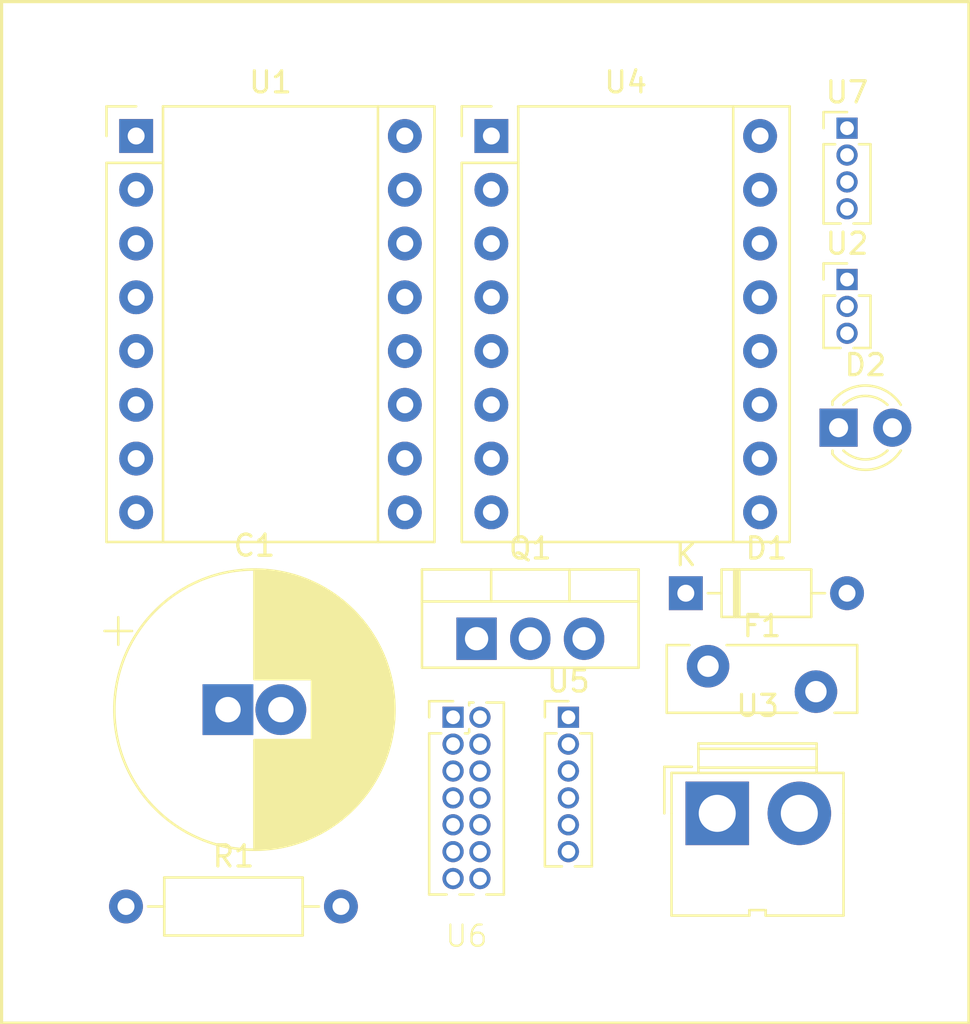
<source format=kicad_pcb>
(kicad_pcb (version 20221018) (generator pcbnew)
  (layers (0 "F.Cu" signal) (31 "B.Cu" signal) (34 "B.Paste" user) (35 "F.Paste" user) (36 "B.SilkS" user "B.Silkscreen") (37 "F.SilkS" user "F.Silkscreen") (38 "B.Mask" user) (39 "F.Mask" user) (44 "Edge.Cuts" user))
  (net 0 "")
  (net 1 "S")
  (net 2 "D")
  (net 3 "Net-(D2-A)")
  (net 4 "Net-(U3-VCC)")
  (net 5 "G")
  (net 6 "Net-(U1-MS1)")
  (net 7 "Net-(U1-MS2)")
  (net 8 "Net-(U1-MS3)")
  (net 9 "VMCU")
  (net 11 "Net-(U1-STEP)")
  (net 12 "Net-(U1-DIR)")
  (net 13 "GND_MCU")
  (net 14 "Net-(U1-A2)")
  (net 15 "Net-(U1-A1)")
  (net 16 "Net-(U1-B1)")
  (net 17 "Net-(U1-B2)")
  (net 18 "Net-(U2-SIGNAL)")
  (net 19 "Net-(U4-AO1)")
  (net 20 "Net-(U4-AO2)")
  (net 26 "Net-(U4-AIN1)")
  (net 27 "Net-(U4-AIN2)")
  (net 28 "Net-(U4-PWMA)")
  (net 29 "Net-(U5-RST)")
  (net 30 "Net-(U5-GPIO0)")
  (footprint "Module:Pololu_Breakout-16_15.2x20.3mm" (layer "F.Cu") (at 137.45 64.77)
    (fp_text reference "U4" (at 6.35 -2.54) (layer "F.SilkS"))
    (fp_text value "~")
    (fp_line (start -1.4 -1.4) (end -1.4 0) (stroke (width 0.12)) (layer "F.SilkS"))
    (fp_line (start -1.4 1.27) (end -1.4 19.18) (stroke (width 0.12)) (layer "F.SilkS"))
    (fp_line (start -1.4 19.18) (end 14.1 19.18) (stroke (width 0.12)) (layer "F.SilkS"))
    (fp_line (start 0 -1.4) (end -1.4 -1.4) (stroke (width 0.12)) (layer "F.SilkS"))
    (fp_line (start 1.27 -1.4) (end 1.27 1.27) (stroke (width 0.12)) (layer "F.SilkS"))
    (fp_line (start 1.27 1.27) (end -1.4 1.27) (stroke (width 0.12)) (layer "F.SilkS"))
    (fp_line (start 1.27 1.27) (end 1.27 19.18) (stroke (width 0.12)) (layer "F.SilkS"))
    (fp_line (start 11.43 -1.4) (end 11.43 19.18) (stroke (width 0.12)) (layer "F.SilkS"))
    (fp_line (start 14.1 -1.4) (end 1.27 -1.4) (stroke (width 0.12)) (layer "F.SilkS"))
    (fp_line (start 14.1 19.18) (end 14.1 -1.4) (stroke (width 0.12)) (layer "F.SilkS"))
    (pad "1" thru_hole rect (at 0 0) (size 1.6 1.6) (drill 0.8) (layers "*.Cu" "*.Mask") (net 2 "D"))
    (pad "2" thru_hole oval (at 0 2.54) (size 1.6 1.6) (drill 0.8) (layers "*.Cu" "*.Mask") (net 9 "VMCU"))
    (pad "3" thru_hole oval (at 0 5.08) (size 1.6 1.6) (drill 0.8) (layers "*.Cu" "*.Mask") (net 19 "Net-(U4-AO1)"))
    (pad "4" thru_hole oval (at 0 7.62) (size 1.6 1.6) (drill 0.8) (layers "*.Cu" "*.Mask") (net 20 "Net-(U4-AO2)"))
    (pad "5" thru_hole oval (at 0 10.16) (size 1.6 1.6) (drill 0.8) (layers "*.Cu" "*.Mask"))
    (pad "6" thru_hole oval (at 0 12.7) (size 1.6 1.6) (drill 0.8) (layers "*.Cu" "*.Mask"))
    (pad "7" thru_hole oval (at 0 15.24) (size 1.6 1.6) (drill 0.8) (layers "*.Cu" "*.Mask") (net 1 "S"))
    (pad "8" thru_hole oval (at 0 17.78) (size 1.6 1.6) (drill 0.8) (layers "*.Cu" "*.Mask") (net 2 "D"))
    (pad "9" thru_hole oval (at 12.7 17.78) (size 1.6 1.6) (drill 0.8) (layers "*.Cu" "*.Mask") (net 2 "D"))
    (pad "10" thru_hole oval (at 12.7 15.24) (size 1.6 1.6) (drill 0.8) (layers "*.Cu" "*.Mask"))
    (pad "11" thru_hole oval (at 12.7 12.7) (size 1.6 1.6) (drill 0.8) (layers "*.Cu" "*.Mask"))
    (pad "12" thru_hole oval (at 12.7 10.16) (size 1.6 1.6) (drill 0.8) (layers "*.Cu" "*.Mask"))
    (pad "13" thru_hole oval (at 12.7 7.62) (size 1.6 1.6) (drill 0.8) (layers "*.Cu" "*.Mask") (net 9 "VMCU"))
    (pad "14" thru_hole oval (at 12.7 5.08) (size 1.6 1.6) (drill 0.8) (layers "*.Cu" "*.Mask") (net 26 "Net-(U4-AIN1)"))
    (pad "15" thru_hole oval (at 12.7 2.54) (size 1.6 1.6) (drill 0.8) (layers "*.Cu" "*.Mask") (net 27 "Net-(U4-AIN2)"))
    (pad "16" thru_hole oval (at 12.7 0) (size 1.6 1.6) (drill 0.8) (layers "*.Cu" "*.Mask") (net 28 "Net-(U4-PWMA)"))
  )
  (footprint "LED_THT:LED_D3.0mm" (layer "F.Cu") (at 153.86 78.55)
    (fp_text reference "D2" (at 1.27 -2.96) (layer "F.SilkS"))
    (fp_text value "LED")
    (fp_line (start -0.29 -1.236) (end -0.29 -1.08) (stroke (width 0.12)) (layer "F.SilkS"))
    (fp_line (start -0.29 1.08) (end -0.29 1.236) (stroke (width 0.12)) (layer "F.SilkS"))
    (fp_arc (start -0.29 -1.235516) (mid 1.366487 -1.987659) (end 2.942335 -1.078608) (stroke (width 0.12)) (layer "F.SilkS"))
    (fp_arc (start 0.229039 -1.08) (mid 1.270117 -1.5) (end 2.31113 -1.079837) (stroke (width 0.12)) (layer "F.SilkS"))
    (fp_arc (start 2.31113 1.079837) (mid 1.270117 1.5) (end 0.229039 1.08) (stroke (width 0.12)) (layer "F.SilkS"))
    (fp_arc (start 2.942335 1.078608) (mid 1.366487 1.987659) (end -0.29 1.235516) (stroke (width 0.12)) (layer "F.SilkS"))
    (pad "1" thru_hole rect (at 0 0) (size 1.8 1.8) (drill 0.9) (layers "*.Cu" "*.Mask") (net 2 "D"))
    (pad "2" thru_hole circle (at 2.54 0) (size 1.8 1.8) (drill 0.9) (layers "*.Cu" "*.Mask") (net 3 "Net-(D2-A)"))
  )
  (footprint "Connector_PinHeader_1.27mm:PinHeader_1x03_P1.27mm_Vertical" (layer "F.Cu") (at 154.26 71.55)
    (fp_text reference "U2" (at 0 -1.695) (layer "F.SilkS"))
    (fp_text value "~")
    (fp_line (start -1.11 -0.76) (end 0 -0.76) (stroke (width 0.12)) (layer "F.SilkS"))
    (fp_line (start -1.11 0) (end -1.11 -0.76) (stroke (width 0.12)) (layer "F.SilkS"))
    (fp_line (start -1.11 0.76) (end -1.11 3.235) (stroke (width 0.12)) (layer "F.SilkS"))
    (fp_line (start -1.11 0.76) (end -0.563471 0.76) (stroke (width 0.12)) (layer "F.SilkS"))
    (fp_line (start -1.11 3.235) (end -0.30753 3.235) (stroke (width 0.12)) (layer "F.SilkS"))
    (fp_line (start 0.30753 3.235) (end 1.11 3.235) (stroke (width 0.12)) (layer "F.SilkS"))
    (fp_line (start 0.563471 0.76) (end 1.11 0.76) (stroke (width 0.12)) (layer "F.SilkS"))
    (fp_line (start 1.11 0.76) (end 1.11 3.235) (stroke (width 0.12)) (layer "F.SilkS"))
    (pad "1" thru_hole rect (at 0 0) (size 1 1) (drill 0.65) (layers "*.Cu" "*.Mask") (net 9 "VMCU"))
    (pad "2" thru_hole oval (at 0 1.27) (size 1 1) (drill 0.65) (layers "*.Cu" "*.Mask") (net 13 "GND_MCU"))
    (pad "3" thru_hole oval (at 0 2.54) (size 1 1) (drill 0.65) (layers "*.Cu" "*.Mask") (net 18 "Net-(U2-SIGNAL)"))
  )
  (footprint "Diode_THT:D_DO-35_SOD27_P7.62mm_Horizontal" (layer "F.Cu") (at 146.64 86.37)
    (fp_text reference "D1" (at 3.81 -2.12) (layer "F.SilkS"))
    (fp_text value "D")
    (fp_text user "K" (at 0 -1.8) (layer "F.SilkS"))
    (fp_line (start 1.04 0) (end 1.69 0) (stroke (width 0.12)) (layer "F.SilkS"))
    (fp_line (start 1.69 -1.12) (end 1.69 1.12) (stroke (width 0.12)) (layer "F.SilkS"))
    (fp_line (start 1.69 1.12) (end 5.93 1.12) (stroke (width 0.12)) (layer "F.SilkS"))
    (fp_line (start 2.29 -1.12) (end 2.29 1.12) (stroke (width 0.12)) (layer "F.SilkS"))
    (fp_line (start 2.41 -1.12) (end 2.41 1.12) (stroke (width 0.12)) (layer "F.SilkS"))
    (fp_line (start 2.53 -1.12) (end 2.53 1.12) (stroke (width 0.12)) (layer "F.SilkS"))
    (fp_line (start 5.93 -1.12) (end 1.69 -1.12) (stroke (width 0.12)) (layer "F.SilkS"))
    (fp_line (start 5.93 1.12) (end 5.93 -1.12) (stroke (width 0.12)) (layer "F.SilkS"))
    (fp_line (start 6.58 0) (end 5.93 0) (stroke (width 0.12)) (layer "F.SilkS"))
    (pad "1" thru_hole rect (at 0 0) (size 1.6 1.6) (drill 0.8) (layers "*.Cu" "*.Mask") (net 1 "S"))
    (pad "2" thru_hole oval (at 7.62 0) (size 1.6 1.6) (drill 0.8) (layers "*.Cu" "*.Mask") (net 2 "D"))
  )
  (footprint "Connector_PinHeader_1.27mm:PinHeader_1x04_P1.27mm_Vertical" (layer "F.Cu") (at 154.26 64.4)
    (fp_text reference "U7" (at 0 -1.695) (layer "F.SilkS"))
    (fp_text value "~")
    (fp_line (start -1.11 -0.76) (end 0 -0.76) (stroke (width 0.12)) (layer "F.SilkS"))
    (fp_line (start -1.11 0) (end -1.11 -0.76) (stroke (width 0.12)) (layer "F.SilkS"))
    (fp_line (start -1.11 0.76) (end -1.11 4.505) (stroke (width 0.12)) (layer "F.SilkS"))
    (fp_line (start -1.11 0.76) (end -0.563471 0.76) (stroke (width 0.12)) (layer "F.SilkS"))
    (fp_line (start -1.11 4.505) (end -0.30753 4.505) (stroke (width 0.12)) (layer "F.SilkS"))
    (fp_line (start 0.30753 4.505) (end 1.11 4.505) (stroke (width 0.12)) (layer "F.SilkS"))
    (fp_line (start 0.563471 0.76) (end 1.11 0.76) (stroke (width 0.12)) (layer "F.SilkS"))
    (fp_line (start 1.11 0.76) (end 1.11 4.505) (stroke (width 0.12)) (layer "F.SilkS"))
    (pad "1" thru_hole rect (at 0 0) (size 1 1) (drill 0.65) (layers "*.Cu" "*.Mask") (net 17 "Net-(U1-B2)"))
    (pad "2" thru_hole oval (at 0 1.27) (size 1 1) (drill 0.65) (layers "*.Cu" "*.Mask") (net 16 "Net-(U1-B1)"))
    (pad "3" thru_hole oval (at 0 2.54) (size 1 1) (drill 0.65) (layers "*.Cu" "*.Mask") (net 15 "Net-(U1-A1)"))
    (pad "4" thru_hole oval (at 0 3.81) (size 1 1) (drill 0.65) (layers "*.Cu" "*.Mask") (net 14 "Net-(U1-A2)"))
  )
  (footprint "Connector_PinHeader_1.27mm:PinHeader_1x06_P1.27mm_Vertical" (layer "F.Cu") (at 141.09 92.23)
    (fp_text reference "U5" (at 0 -1.695) (layer "F.SilkS"))
    (fp_text value "~")
    (fp_line (start -1.11 -0.76) (end 0 -0.76) (stroke (width 0.12)) (layer "F.SilkS"))
    (fp_line (start -1.11 0) (end -1.11 -0.76) (stroke (width 0.12)) (layer "F.SilkS"))
    (fp_line (start -1.11 0.76) (end -1.11 7.045) (stroke (width 0.12)) (layer "F.SilkS"))
    (fp_line (start -1.11 0.76) (end -0.563471 0.76) (stroke (width 0.12)) (layer "F.SilkS"))
    (fp_line (start -1.11 7.045) (end -0.30753 7.045) (stroke (width 0.12)) (layer "F.SilkS"))
    (fp_line (start 0.30753 7.045) (end 1.11 7.045) (stroke (width 0.12)) (layer "F.SilkS"))
    (fp_line (start 0.563471 0.76) (end 1.11 0.76) (stroke (width 0.12)) (layer "F.SilkS"))
    (fp_line (start 1.11 0.76) (end 1.11 7.045) (stroke (width 0.12)) (layer "F.SilkS"))
    (pad "1" thru_hole rect (at 0 0) (size 1 1) (drill 0.65) (layers "*.Cu" "*.Mask") (net 20 "Net-(U4-AO2)"))
    (pad "2" thru_hole oval (at 0 1.27) (size 1 1) (drill 0.65) (layers "*.Cu" "*.Mask") (net 2 "D"))
    (pad "3" thru_hole oval (at 0 2.54) (size 1 1) (drill 0.65) (layers "*.Cu" "*.Mask") (net 29 "Net-(U5-RST)"))
    (pad "4" thru_hole oval (at 0 3.81) (size 1 1) (drill 0.65) (layers "*.Cu" "*.Mask") (net 30 "Net-(U5-GPIO0)"))
    (pad "5" thru_hole oval (at 0 5.08) (size 1 1) (drill 0.65) (layers "*.Cu" "*.Mask") (net 9 "VMCU"))
    (pad "6" thru_hole oval (at 0 6.35) (size 1 1) (drill 0.65) (layers "*.Cu" "*.Mask") (net 19 "Net-(U4-AO1)"))
  )
  (footprint "Resistor_THT:R_Axial_DIN0207_L6.3mm_D2.5mm_P10.16mm_Horizontal" (layer "F.Cu") (at 120.18 101.17)
    (fp_text reference "R1" (at 5.08 -2.37) (layer "F.SilkS"))
    (fp_text value "R")
    (fp_line (start 1.04 0) (end 1.81 0) (stroke (width 0.12)) (layer "F.SilkS"))
    (fp_line (start 1.81 -1.37) (end 1.81 1.37) (stroke (width 0.12)) (layer "F.SilkS"))
    (fp_line (start 1.81 1.37) (end 8.35 1.37) (stroke (width 0.12)) (layer "F.SilkS"))
    (fp_line (start 8.35 -1.37) (end 1.81 -1.37) (stroke (width 0.12)) (layer "F.SilkS"))
    (fp_line (start 8.35 1.37) (end 8.35 -1.37) (stroke (width 0.12)) (layer "F.SilkS"))
    (fp_line (start 9.12 0) (end 8.35 0) (stroke (width 0.12)) (layer "F.SilkS"))
    (pad "1" thru_hole circle (at 0 0) (size 1.6 1.6) (drill 0.8) (layers "*.Cu" "*.Mask") (net 1 "S"))
    (pad "2" thru_hole oval (at 10.16 0) (size 1.6 1.6) (drill 0.8) (layers "*.Cu" "*.Mask") (net 3 "Net-(D2-A)"))
  )
  (footprint "Module:Pololu_Breakout-16_15.2x20.3mm" (layer "F.Cu") (at 120.66 64.77)
    (fp_text reference "U1" (at 6.35 -2.54) (layer "F.SilkS"))
    (fp_text value "~")
    (fp_line (start -1.4 -1.4) (end -1.4 0) (stroke (width 0.12)) (layer "F.SilkS"))
    (fp_line (start -1.4 1.27) (end -1.4 19.18) (stroke (width 0.12)) (layer "F.SilkS"))
    (fp_line (start -1.4 19.18) (end 14.1 19.18) (stroke (width 0.12)) (layer "F.SilkS"))
    (fp_line (start 0 -1.4) (end -1.4 -1.4) (stroke (width 0.12)) (layer "F.SilkS"))
    (fp_line (start 1.27 -1.4) (end 1.27 1.27) (stroke (width 0.12)) (layer "F.SilkS"))
    (fp_line (start 1.27 1.27) (end -1.4 1.27) (stroke (width 0.12)) (layer "F.SilkS"))
    (fp_line (start 1.27 1.27) (end 1.27 19.18) (stroke (width 0.12)) (layer "F.SilkS"))
    (fp_line (start 11.43 -1.4) (end 11.43 19.18) (stroke (width 0.12)) (layer "F.SilkS"))
    (fp_line (start 14.1 -1.4) (end 1.27 -1.4) (stroke (width 0.12)) (layer "F.SilkS"))
    (fp_line (start 14.1 19.18) (end 14.1 -1.4) (stroke (width 0.12)) (layer "F.SilkS"))
    (pad "1" thru_hole rect (at 0 0) (size 1.6 1.6) (drill 0.8) (layers "*.Cu" "*.Mask") (net 2 "D"))
    (pad "2" thru_hole oval (at 0 2.54) (size 1.6 1.6) (drill 0.8) (layers "*.Cu" "*.Mask") (net 6 "Net-(U1-MS1)"))
    (pad "3" thru_hole oval (at 0 5.08) (size 1.6 1.6) (drill 0.8) (layers "*.Cu" "*.Mask") (net 7 "Net-(U1-MS2)"))
    (pad "4" thru_hole oval (at 0 7.62) (size 1.6 1.6) (drill 0.8) (layers "*.Cu" "*.Mask") (net 8 "Net-(U1-MS3)"))
    (pad "5" thru_hole oval (at 0 10.16) (size 1.6 1.6) (drill 0.8) (layers "*.Cu" "*.Mask") (net 9 "VMCU"))
    (pad "6" thru_hole oval (at 0 12.7) (size 1.6 1.6) (drill 0.8) (layers "*.Cu" "*.Mask") (net 9 "VMCU"))
    (pad "7" thru_hole oval (at 0 15.24) (size 1.6 1.6) (drill 0.8) (layers "*.Cu" "*.Mask") (net 11 "Net-(U1-STEP)"))
    (pad "8" thru_hole oval (at 0 17.78) (size 1.6 1.6) (drill 0.8) (layers "*.Cu" "*.Mask") (net 12 "Net-(U1-DIR)"))
    (pad "9" thru_hole oval (at 12.7 17.78) (size 1.6 1.6) (drill 0.8) (layers "*.Cu" "*.Mask") (net 13 "GND_MCU"))
    (pad "10" thru_hole oval (at 12.7 15.24) (size 1.6 1.6) (drill 0.8) (layers "*.Cu" "*.Mask"))
    (pad "11" thru_hole oval (at 12.7 12.7) (size 1.6 1.6) (drill 0.8) (layers "*.Cu" "*.Mask") (net 14 "Net-(U1-A2)"))
    (pad "12" thru_hole oval (at 12.7 10.16) (size 1.6 1.6) (drill 0.8) (layers "*.Cu" "*.Mask") (net 15 "Net-(U1-A1)"))
    (pad "13" thru_hole oval (at 12.7 7.62) (size 1.6 1.6) (drill 0.8) (layers "*.Cu" "*.Mask") (net 16 "Net-(U1-B1)"))
    (pad "14" thru_hole oval (at 12.7 5.08) (size 1.6 1.6) (drill 0.8) (layers "*.Cu" "*.Mask") (net 17 "Net-(U1-B2)"))
    (pad "15" thru_hole oval (at 12.7 2.54) (size 1.6 1.6) (drill 0.8) (layers "*.Cu" "*.Mask") (net 1 "S"))
    (pad "16" thru_hole oval (at 12.7 0) (size 1.6 1.6) (drill 0.8) (layers "*.Cu" "*.Mask") (net 1 "S"))
  )
  (footprint "Package_TO_SOT_THT:TO-220-3_Vertical" (layer "F.Cu") (at 136.75 88.52)
    (fp_text reference "Q1" (at 2.54 -4.27) (layer "F.SilkS"))
    (fp_text value "IRF520N")
    (fp_line (start -2.58 -3.27) (end -2.58 1.371) (stroke (width 0.12)) (layer "F.SilkS"))
    (fp_line (start -2.58 -3.27) (end 7.66 -3.27) (stroke (width 0.12)) (layer "F.SilkS"))
    (fp_line (start -2.58 -1.76) (end 7.66 -1.76) (stroke (width 0.12)) (layer "F.SilkS"))
    (fp_line (start -2.58 1.371) (end 7.66 1.371) (stroke (width 0.12)) (layer "F.SilkS"))
    (fp_line (start 0.69 -3.27) (end 0.69 -1.76) (stroke (width 0.12)) (layer "F.SilkS"))
    (fp_line (start 4.391 -3.27) (end 4.391 -1.76) (stroke (width 0.12)) (layer "F.SilkS"))
    (fp_line (start 7.66 -3.27) (end 7.66 1.371) (stroke (width 0.12)) (layer "F.SilkS"))
    (pad "1" thru_hole rect (at 0 0) (size 1.905 2) (drill 1.1) (layers "*.Cu" "*.Mask") (net 5 "G"))
    (pad "2" thru_hole oval (at 2.54 0) (size 1.905 2) (drill 1.1) (layers "*.Cu" "*.Mask") (net 2 "D"))
    (pad "3" thru_hole oval (at 5.08 0) (size 1.905 2) (drill 1.1) (layers "*.Cu" "*.Mask") (net 1 "S"))
  )
  (footprint "Capacitor_THT:CP_Radial_D13.0mm_P2.50mm" (layer "F.Cu") (at 124.999569 91.87)
    (fp_text reference "C1" (at 1.25 -7.75) (layer "F.SilkS"))
    (fp_text value "C")
    (fp_line (start -5.834569 -3.715) (end -4.534569 -3.715) (stroke (width 0.12)) (layer "F.SilkS"))
    (fp_line (start -5.184569 -4.365) (end -5.184569 -3.065) (stroke (width 0.12)) (layer "F.SilkS"))
    (fp_line (start 1.25 -6.58) (end 1.25 -1.44) (stroke (width 0.12)) (layer "F.SilkS"))
    (fp_line (start 1.25 1.44) (end 1.25 6.58) (stroke (width 0.12)) (layer "F.SilkS"))
    (fp_line (start 1.29 -6.58) (end 1.29 -1.44) (stroke (width 0.12)) (layer "F.SilkS"))
    (fp_line (start 1.29 1.44) (end 1.29 6.58) (stroke (width 0.12)) (layer "F.SilkS"))
    (fp_line (start 1.33 -6.58) (end 1.33 -1.44) (stroke (width 0.12)) (layer "F.SilkS"))
    (fp_line (start 1.33 1.44) (end 1.33 6.58) (stroke (width 0.12)) (layer "F.SilkS"))
    (fp_line (start 1.37 -6.579) (end 1.37 -1.44) (stroke (width 0.12)) (layer "F.SilkS"))
    (fp_line (start 1.37 1.44) (end 1.37 6.579) (stroke (width 0.12)) (layer "F.SilkS"))
    (fp_line (start 1.41 -6.579) (end 1.41 -1.44) (stroke (width 0.12)) (layer "F.SilkS"))
    (fp_line (start 1.41 1.44) (end 1.41 6.579) (stroke (width 0.12)) (layer "F.SilkS"))
    (fp_line (start 1.45 -6.577) (end 1.45 -1.44) (stroke (width 0.12)) (layer "F.SilkS"))
    (fp_line (start 1.45 1.44) (end 1.45 6.577) (stroke (width 0.12)) (layer "F.SilkS"))
    (fp_line (start 1.49 -6.576) (end 1.49 -1.44) (stroke (width 0.12)) (layer "F.SilkS"))
    (fp_line (start 1.49 1.44) (end 1.49 6.576) (stroke (width 0.12)) (layer "F.SilkS"))
    (fp_line (start 1.53 -6.575) (end 1.53 -1.44) (stroke (width 0.12)) (layer "F.SilkS"))
    (fp_line (start 1.53 1.44) (end 1.53 6.575) (stroke (width 0.12)) (layer "F.SilkS"))
    (fp_line (start 1.57 -6.573) (end 1.57 -1.44) (stroke (width 0.12)) (layer "F.SilkS"))
    (fp_line (start 1.57 1.44) (end 1.57 6.573) (stroke (width 0.12)) (layer "F.SilkS"))
    (fp_line (start 1.61 -6.571) (end 1.61 -1.44) (stroke (width 0.12)) (layer "F.SilkS"))
    (fp_line (start 1.61 1.44) (end 1.61 6.571) (stroke (width 0.12)) (layer "F.SilkS"))
    (fp_line (start 1.65 -6.568) (end 1.65 -1.44) (stroke (width 0.12)) (layer "F.SilkS"))
    (fp_line (start 1.65 1.44) (end 1.65 6.568) (stroke (width 0.12)) (layer "F.SilkS"))
    (fp_line (start 1.69 -6.566) (end 1.69 -1.44) (stroke (width 0.12)) (layer "F.SilkS"))
    (fp_line (start 1.69 1.44) (end 1.69 6.566) (stroke (width 0.12)) (layer "F.SilkS"))
    (fp_line (start 1.73 -6.563) (end 1.73 -1.44) (stroke (width 0.12)) (layer "F.SilkS"))
    (fp_line (start 1.73 1.44) (end 1.73 6.563) (stroke (width 0.12)) (layer "F.SilkS"))
    (fp_line (start 1.77 -6.56) (end 1.77 -1.44) (stroke (width 0.12)) (layer "F.SilkS"))
    (fp_line (start 1.77 1.44) (end 1.77 6.56) (stroke (width 0.12)) (layer "F.SilkS"))
    (fp_line (start 1.81 -6.557) (end 1.81 -1.44) (stroke (width 0.12)) (layer "F.SilkS"))
    (fp_line (start 1.81 1.44) (end 1.81 6.557) (stroke (width 0.12)) (layer "F.SilkS"))
    (fp_line (start 1.85 -6.553) (end 1.85 -1.44) (stroke (width 0.12)) (layer "F.SilkS"))
    (fp_line (start 1.85 1.44) (end 1.85 6.553) (stroke (width 0.12)) (layer "F.SilkS"))
    (fp_line (start 1.89 -6.549) (end 1.89 -1.44) (stroke (width 0.12)) (layer "F.SilkS"))
    (fp_line (start 1.89 1.44) (end 1.89 6.549) (stroke (width 0.12)) (layer "F.SilkS"))
    (fp_line (start 1.93 -6.545) (end 1.93 -1.44) (stroke (width 0.12)) (layer "F.SilkS"))
    (fp_line (start 1.93 1.44) (end 1.93 6.545) (stroke (width 0.12)) (layer "F.SilkS"))
    (fp_line (start 1.971 -6.541) (end 1.971 -1.44) (stroke (width 0.12)) (layer "F.SilkS"))
    (fp_line (start 1.971 1.44) (end 1.971 6.541) (stroke (width 0.12)) (layer "F.SilkS"))
    (fp_line (start 2.011 -6.537) (end 2.011 -1.44) (stroke (width 0.12)) (layer "F.SilkS"))
    (fp_line (start 2.011 1.44) (end 2.011 6.537) (stroke (width 0.12)) (layer "F.SilkS"))
    (fp_line (start 2.051 -6.532) (end 2.051 -1.44) (stroke (width 0.12)) (layer "F.SilkS"))
    (fp_line (start 2.051 1.44) (end 2.051 6.532) (stroke (width 0.12)) (layer "F.SilkS"))
    (fp_line (start 2.091 -6.527) (end 2.091 -1.44) (stroke (width 0.12)) (layer "F.SilkS"))
    (fp_line (start 2.091 1.44) (end 2.091 6.527) (stroke (width 0.12)) (layer "F.SilkS"))
    (fp_line (start 2.131 -6.522) (end 2.131 -1.44) (stroke (width 0.12)) (layer "F.SilkS"))
    (fp_line (start 2.131 1.44) (end 2.131 6.522) (stroke (width 0.12)) (layer "F.SilkS"))
    (fp_line (start 2.171 -6.516) (end 2.171 -1.44) (stroke (width 0.12)) (layer "F.SilkS"))
    (fp_line (start 2.171 1.44) (end 2.171 6.516) (stroke (width 0.12)) (layer "F.SilkS"))
    (fp_line (start 2.211 -6.511) (end 2.211 -1.44) (stroke (width 0.12)) (layer "F.SilkS"))
    (fp_line (start 2.211 1.44) (end 2.211 6.511) (stroke (width 0.12)) (layer "F.SilkS"))
    (fp_line (start 2.251 -6.505) (end 2.251 -1.44) (stroke (width 0.12)) (layer "F.SilkS"))
    (fp_line (start 2.251 1.44) (end 2.251 6.505) (stroke (width 0.12)) (layer "F.SilkS"))
    (fp_line (start 2.291 -6.498) (end 2.291 -1.44) (stroke (width 0.12)) (layer "F.SilkS"))
    (fp_line (start 2.291 1.44) (end 2.291 6.498) (stroke (width 0.12)) (layer "F.SilkS"))
    (fp_line (start 2.331 -6.492) (end 2.331 -1.44) (stroke (width 0.12)) (layer "F.SilkS"))
    (fp_line (start 2.331 1.44) (end 2.331 6.492) (stroke (width 0.12)) (layer "F.SilkS"))
    (fp_line (start 2.371 -6.485) (end 2.371 -1.44) (stroke (width 0.12)) (layer "F.SilkS"))
    (fp_line (start 2.371 1.44) (end 2.371 6.485) (stroke (width 0.12)) (layer "F.SilkS"))
    (fp_line (start 2.411 -6.478) (end 2.411 -1.44) (stroke (width 0.12)) (layer "F.SilkS"))
    (fp_line (start 2.411 1.44) (end 2.411 6.478) (stroke (width 0.12)) (layer "F.SilkS"))
    (fp_line (start 2.451 -6.471) (end 2.451 -1.44) (stroke (width 0.12)) (layer "F.SilkS"))
    (fp_line (start 2.451 1.44) (end 2.451 6.471) (stroke (width 0.12)) (layer "F.SilkS"))
    (fp_line (start 2.491 -6.463) (end 2.491 -1.44) (stroke (width 0.12)) (layer "F.SilkS"))
    (fp_line (start 2.491 1.44) (end 2.491 6.463) (stroke (width 0.12)) (layer "F.SilkS"))
    (fp_line (start 2.531 -6.456) (end 2.531 -1.44) (stroke (width 0.12)) (layer "F.SilkS"))
    (fp_line (start 2.531 1.44) (end 2.531 6.456) (stroke (width 0.12)) (layer "F.SilkS"))
    (fp_line (start 2.571 -6.448) (end 2.571 -1.44) (stroke (width 0.12)) (layer "F.SilkS"))
    (fp_line (start 2.571 1.44) (end 2.571 6.448) (stroke (width 0.12)) (layer "F.SilkS"))
    (fp_line (start 2.611 -6.439) (end 2.611 -1.44) (stroke (width 0.12)) (layer "F.SilkS"))
    (fp_line (start 2.611 1.44) (end 2.611 6.439) (stroke (width 0.12)) (layer "F.SilkS"))
    (fp_line (start 2.651 -6.431) (end 2.651 -1.44) (stroke (width 0.12)) (layer "F.SilkS"))
    (fp_line (start 2.651 1.44) (end 2.651 6.431) (stroke (width 0.12)) (layer "F.SilkS"))
    (fp_line (start 2.691 -6.422) (end 2.691 -1.44) (stroke (width 0.12)) (layer "F.SilkS"))
    (fp_line (start 2.691 1.44) (end 2.691 6.422) (stroke (width 0.12)) (layer "F.SilkS"))
    (fp_line (start 2.731 -6.413) (end 2.731 -1.44) (stroke (width 0.12)) (layer "F.SilkS"))
    (fp_line (start 2.731 1.44) (end 2.731 6.413) (stroke (width 0.12)) (layer "F.SilkS"))
    (fp_line (start 2.771 -6.404) (end 2.771 -1.44) (stroke (width 0.12)) (layer "F.SilkS"))
    (fp_line (start 2.771 1.44) (end 2.771 6.404) (stroke (width 0.12)) (layer "F.SilkS"))
    (fp_line (start 2.811 -6.394) (end 2.811 -1.44) (stroke (width 0.12)) (layer "F.SilkS"))
    (fp_line (start 2.811 1.44) (end 2.811 6.394) (stroke (width 0.12)) (layer "F.SilkS"))
    (fp_line (start 2.851 -6.384) (end 2.851 -1.44) (stroke (width 0.12)) (layer "F.SilkS"))
    (fp_line (start 2.851 1.44) (end 2.851 6.384) (stroke (width 0.12)) (layer "F.SilkS"))
    (fp_line (start 2.891 -6.374) (end 2.891 -1.44) (stroke (width 0.12)) (layer "F.SilkS"))
    (fp_line (start 2.891 1.44) (end 2.891 6.374) (stroke (width 0.12)) (layer "F.SilkS"))
    (fp_line (start 2.931 -6.364) (end 2.931 -1.44) (stroke (width 0.12)) (layer "F.SilkS"))
    (fp_line (start 2.931 1.44) (end 2.931 6.364) (stroke (width 0.12)) (layer "F.SilkS"))
    (fp_line (start 2.971 -6.353) (end 2.971 -1.44) (stroke (width 0.12)) (layer "F.SilkS"))
    (fp_line (start 2.971 1.44) (end 2.971 6.353) (stroke (width 0.12)) (layer "F.SilkS"))
    (fp_line (start 3.011 -6.342) (end 3.011 -1.44) (stroke (width 0.12)) (layer "F.SilkS"))
    (fp_line (start 3.011 1.44) (end 3.011 6.342) (stroke (width 0.12)) (layer "F.SilkS"))
    (fp_line (start 3.051 -6.331) (end 3.051 -1.44) (stroke (width 0.12)) (layer "F.SilkS"))
    (fp_line (start 3.051 1.44) (end 3.051 6.331) (stroke (width 0.12)) (layer "F.SilkS"))
    (fp_line (start 3.091 -6.32) (end 3.091 -1.44) (stroke (width 0.12)) (layer "F.SilkS"))
    (fp_line (start 3.091 1.44) (end 3.091 6.32) (stroke (width 0.12)) (layer "F.SilkS"))
    (fp_line (start 3.131 -6.308) (end 3.131 -1.44) (stroke (width 0.12)) (layer "F.SilkS"))
    (fp_line (start 3.131 1.44) (end 3.131 6.308) (stroke (width 0.12)) (layer "F.SilkS"))
    (fp_line (start 3.171 -6.296) (end 3.171 -1.44) (stroke (width 0.12)) (layer "F.SilkS"))
    (fp_line (start 3.171 1.44) (end 3.171 6.296) (stroke (width 0.12)) (layer "F.SilkS"))
    (fp_line (start 3.211 -6.284) (end 3.211 -1.44) (stroke (width 0.12)) (layer "F.SilkS"))
    (fp_line (start 3.211 1.44) (end 3.211 6.284) (stroke (width 0.12)) (layer "F.SilkS"))
    (fp_line (start 3.251 -6.271) (end 3.251 -1.44) (stroke (width 0.12)) (layer "F.SilkS"))
    (fp_line (start 3.251 1.44) (end 3.251 6.271) (stroke (width 0.12)) (layer "F.SilkS"))
    (fp_line (start 3.291 -6.258) (end 3.291 -1.44) (stroke (width 0.12)) (layer "F.SilkS"))
    (fp_line (start 3.291 1.44) (end 3.291 6.258) (stroke (width 0.12)) (layer "F.SilkS"))
    (fp_line (start 3.331 -6.245) (end 3.331 -1.44) (stroke (width 0.12)) (layer "F.SilkS"))
    (fp_line (start 3.331 1.44) (end 3.331 6.245) (stroke (width 0.12)) (layer "F.SilkS"))
    (fp_line (start 3.371 -6.232) (end 3.371 -1.44) (stroke (width 0.12)) (layer "F.SilkS"))
    (fp_line (start 3.371 1.44) (end 3.371 6.232) (stroke (width 0.12)) (layer "F.SilkS"))
    (fp_line (start 3.411 -6.218) (end 3.411 -1.44) (stroke (width 0.12)) (layer "F.SilkS"))
    (fp_line (start 3.411 1.44) (end 3.411 6.218) (stroke (width 0.12)) (layer "F.SilkS"))
    (fp_line (start 3.451 -6.204) (end 3.451 -1.44) (stroke (width 0.12)) (layer "F.SilkS"))
    (fp_line (start 3.451 1.44) (end 3.451 6.204) (stroke (width 0.12)) (layer "F.SilkS"))
    (fp_line (start 3.491 -6.19) (end 3.491 -1.44) (stroke (width 0.12)) (layer "F.SilkS"))
    (fp_line (start 3.491 1.44) (end 3.491 6.19) (stroke (width 0.12)) (layer "F.SilkS"))
    (fp_line (start 3.531 -6.175) (end 3.531 -1.44) (stroke (width 0.12)) (layer "F.SilkS"))
    (fp_line (start 3.531 1.44) (end 3.531 6.175) (stroke (width 0.12)) (layer "F.SilkS"))
    (fp_line (start 3.571 -6.161) (end 3.571 -1.44) (stroke (width 0.12)) (layer "F.SilkS"))
    (fp_line (start 3.571 1.44) (end 3.571 6.161) (stroke (width 0.12)) (layer "F.SilkS"))
    (fp_line (start 3.611 -6.146) (end 3.611 -1.44) (stroke (width 0.12)) (layer "F.SilkS"))
    (fp_line (start 3.611 1.44) (end 3.611 6.146) (stroke (width 0.12)) (layer "F.SilkS"))
    (fp_line (start 3.651 -6.13) (end 3.651 -1.44) (stroke (width 0.12)) (layer "F.SilkS"))
    (fp_line (start 3.651 1.44) (end 3.651 6.13) (stroke (width 0.12)) (layer "F.SilkS"))
    (fp_line (start 3.691 -6.114) (end 3.691 -1.44) (stroke (width 0.12)) (layer "F.SilkS"))
    (fp_line (start 3.691 1.44) (end 3.691 6.114) (stroke (width 0.12)) (layer "F.SilkS"))
    (fp_line (start 3.731 -6.098) (end 3.731 -1.44) (stroke (width 0.12)) (layer "F.SilkS"))
    (fp_line (start 3.731 1.44) (end 3.731 6.098) (stroke (width 0.12)) (layer "F.SilkS"))
    (fp_line (start 3.771 -6.082) (end 3.771 -1.44) (stroke (width 0.12)) (layer "F.SilkS"))
    (fp_line (start 3.771 1.44) (end 3.771 6.082) (stroke (width 0.12)) (layer "F.SilkS"))
    (fp_line (start 3.811 -6.065) (end 3.811 -1.44) (stroke (width 0.12)) (layer "F.SilkS"))
    (fp_line (start 3.811 1.44) (end 3.811 6.065) (stroke (width 0.12)) (layer "F.SilkS"))
    (fp_line (start 3.851 -6.049) (end 3.851 -1.44) (stroke (width 0.12)) (layer "F.SilkS"))
    (fp_line (start 3.851 1.44) (end 3.851 6.049) (stroke (width 0.12)) (layer "F.SilkS"))
    (fp_line (start 3.891 -6.031) (end 3.891 -1.44) (stroke (width 0.12)) (layer "F.SilkS"))
    (fp_line (start 3.891 1.44) (end 3.891 6.031) (stroke (width 0.12)) (layer "F.SilkS"))
    (fp_line (start 3.931 -6.014) (end 3.931 -1.44) (stroke (width 0.12)) (layer "F.SilkS"))
    (fp_line (start 3.931 1.44) (end 3.931 6.014) (stroke (width 0.12)) (layer "F.SilkS"))
    (fp_line (start 3.971 -5.996) (end 3.971 5.996) (stroke (width 0.12)) (layer "F.SilkS"))
    (fp_line (start 4.011 -5.978) (end 4.011 5.978) (stroke (width 0.12)) (layer "F.SilkS"))
    (fp_line (start 4.051 -5.959) (end 4.051 5.959) (stroke (width 0.12)) (layer "F.SilkS"))
    (fp_line (start 4.091 -5.94) (end 4.091 5.94) (stroke (width 0.12)) (layer "F.SilkS"))
    (fp_line (start 4.131 -5.921) (end 4.131 5.921) (stroke (width 0.12)) (layer "F.SilkS"))
    (fp_line (start 4.171 -5.902) (end 4.171 5.902) (stroke (width 0.12)) (layer "F.SilkS"))
    (fp_line (start 4.211 -5.882) (end 4.211 5.882) (stroke (width 0.12)) (layer "F.SilkS"))
    (fp_line (start 4.251 -5.862) (end 4.251 5.862) (stroke (width 0.12)) (layer "F.SilkS"))
    (fp_line (start 4.291 -5.841) (end 4.291 5.841) (stroke (width 0.12)) (layer "F.SilkS"))
    (fp_line (start 4.331 -5.82) (end 4.331 5.82) (stroke (width 0.12)) (layer "F.SilkS"))
    (fp_line (start 4.371 -5.799) (end 4.371 5.799) (stroke (width 0.12)) (layer "F.SilkS"))
    (fp_line (start 4.411 -5.778) (end 4.411 5.778) (stroke (width 0.12)) (layer "F.SilkS"))
    (fp_line (start 4.451 -5.756) (end 4.451 5.756) (stroke (width 0.12)) (layer "F.SilkS"))
    (fp_line (start 4.491 -5.733) (end 4.491 5.733) (stroke (width 0.12)) (layer "F.SilkS"))
    (fp_line (start 4.531 -5.711) (end 4.531 5.711) (stroke (width 0.12)) (layer "F.SilkS"))
    (fp_line (start 4.571 -5.688) (end 4.571 5.688) (stroke (width 0.12)) (layer "F.SilkS"))
    (fp_line (start 4.611 -5.664) (end 4.611 5.664) (stroke (width 0.12)) (layer "F.SilkS"))
    (fp_line (start 4.651 -5.641) (end 4.651 5.641) (stroke (width 0.12)) (layer "F.SilkS"))
    (fp_line (start 4.691 -5.617) (end 4.691 5.617) (stroke (width 0.12)) (layer "F.SilkS"))
    (fp_line (start 4.731 -5.592) (end 4.731 5.592) (stroke (width 0.12)) (layer "F.SilkS"))
    (fp_line (start 4.771 -5.567) (end 4.771 5.567) (stroke (width 0.12)) (layer "F.SilkS"))
    (fp_line (start 4.811 -5.542) (end 4.811 5.542) (stroke (width 0.12)) (layer "F.SilkS"))
    (fp_line (start 4.851 -5.516) (end 4.851 5.516) (stroke (width 0.12)) (layer "F.SilkS"))
    (fp_line (start 4.891 -5.49) (end 4.891 5.49) (stroke (width 0.12)) (layer "F.SilkS"))
    (fp_line (start 4.931 -5.463) (end 4.931 5.463) (stroke (width 0.12)) (layer "F.SilkS"))
    (fp_line (start 4.971 -5.436) (end 4.971 5.436) (stroke (width 0.12)) (layer "F.SilkS"))
    (fp_line (start 5.011 -5.409) (end 5.011 5.409) (stroke (width 0.12)) (layer "F.SilkS"))
    (fp_line (start 5.051 -5.381) (end 5.051 5.381) (stroke (width 0.12)) (layer "F.SilkS"))
    (fp_line (start 5.091 -5.353) (end 5.091 5.353) (stroke (width 0.12)) (layer "F.SilkS"))
    (fp_line (start 5.131 -5.324) (end 5.131 5.324) (stroke (width 0.12)) (layer "F.SilkS"))
    (fp_line (start 5.171 -5.295) (end 5.171 5.295) (stroke (width 0.12)) (layer "F.SilkS"))
    (fp_line (start 5.211 -5.265) (end 5.211 5.265) (stroke (width 0.12)) (layer "F.SilkS"))
    (fp_line (start 5.251 -5.235) (end 5.251 5.235) (stroke (width 0.12)) (layer "F.SilkS"))
    (fp_line (start 5.291 -5.205) (end 5.291 5.205) (stroke (width 0.12)) (layer "F.SilkS"))
    (fp_line (start 5.331 -5.174) (end 5.331 5.174) (stroke (width 0.12)) (layer "F.SilkS"))
    (fp_line (start 5.371 -5.142) (end 5.371 5.142) (stroke (width 0.12)) (layer "F.SilkS"))
    (fp_line (start 5.411 -5.11) (end 5.411 5.11) (stroke (width 0.12)) (layer "F.SilkS"))
    (fp_line (start 5.451 -5.078) (end 5.451 5.078) (stroke (width 0.12)) (layer "F.SilkS"))
    (fp_line (start 5.491 -5.044) (end 5.491 5.044) (stroke (width 0.12)) (layer "F.SilkS"))
    (fp_line (start 5.531 -5.011) (end 5.531 5.011) (stroke (width 0.12)) (layer "F.SilkS"))
    (fp_line (start 5.571 -4.977) (end 5.571 4.977) (stroke (width 0.12)) (layer "F.SilkS"))
    (fp_line (start 5.611 -4.942) (end 5.611 4.942) (stroke (width 0.12)) (layer "F.SilkS"))
    (fp_line (start 5.651 -4.907) (end 5.651 4.907) (stroke (width 0.12)) (layer "F.SilkS"))
    (fp_line (start 5.691 -4.871) (end 5.691 4.871) (stroke (width 0.12)) (layer "F.SilkS"))
    (fp_line (start 5.731 -4.834) (end 5.731 4.834) (stroke (width 0.12)) (layer "F.SilkS"))
    (fp_line (start 5.771 -4.797) (end 5.771 4.797) (stroke (width 0.12)) (layer "F.SilkS"))
    (fp_line (start 5.811 -4.76) (end 5.811 4.76) (stroke (width 0.12)) (layer "F.SilkS"))
    (fp_line (start 5.851 -4.721) (end 5.851 4.721) (stroke (width 0.12)) (layer "F.SilkS"))
    (fp_line (start 5.891 -4.682) (end 5.891 4.682) (stroke (width 0.12)) (layer "F.SilkS"))
    (fp_line (start 5.931 -4.643) (end 5.931 4.643) (stroke (width 0.12)) (layer "F.SilkS"))
    (fp_line (start 5.971 -4.602) (end 5.971 4.602) (stroke (width 0.12)) (layer "F.SilkS"))
    (fp_line (start 6.011 -4.561) (end 6.011 4.561) (stroke (width 0.12)) (layer "F.SilkS"))
    (fp_line (start 6.051 -4.519) (end 6.051 4.519) (stroke (width 0.12)) (layer "F.SilkS"))
    (fp_line (start 6.091 -4.477) (end 6.091 4.477) (stroke (width 0.12)) (layer "F.SilkS"))
    (fp_line (start 6.131 -4.434) (end 6.131 4.434) (stroke (width 0.12)) (layer "F.SilkS"))
    (fp_line (start 6.171 -4.39) (end 6.171 4.39) (stroke (width 0.12)) (layer "F.SilkS"))
    (fp_line (start 6.211 -4.345) (end 6.211 4.345) (stroke (width 0.12)) (layer "F.SilkS"))
    (fp_line (start 6.251 -4.299) (end 6.251 4.299) (stroke (width 0.12)) (layer "F.SilkS"))
    (fp_line (start 6.291 -4.253) (end 6.291 4.253) (stroke (width 0.12)) (layer "F.SilkS"))
    (fp_line (start 6.331 -4.205) (end 6.331 4.205) (stroke (width 0.12)) (layer "F.SilkS"))
    (fp_line (start 6.371 -4.157) (end 6.371 4.157) (stroke (width 0.12)) (layer "F.SilkS"))
    (fp_line (start 6.411 -4.108) (end 6.411 4.108) (stroke (width 0.12)) (layer "F.SilkS"))
    (fp_line (start 6.451 -4.057) (end 6.451 4.057) (stroke (width 0.12)) (layer "F.SilkS"))
    (fp_line (start 6.491 -4.006) (end 6.491 4.006) (stroke (width 0.12)) (layer "F.SilkS"))
    (fp_line (start 6.531 -3.954) (end 6.531 3.954) (stroke (width 0.12)) (layer "F.SilkS"))
    (fp_line (start 6.571 -3.9) (end 6.571 3.9) (stroke (width 0.12)) (layer "F.SilkS"))
    (fp_line (start 6.611 -3.846) (end 6.611 3.846) (stroke (width 0.12)) (layer "F.SilkS"))
    (fp_line (start 6.651 -3.79) (end 6.651 3.79) (stroke (width 0.12)) (layer "F.SilkS"))
    (fp_line (start 6.691 -3.733) (end 6.691 3.733) (stroke (width 0.12)) (layer "F.SilkS"))
    (fp_line (start 6.731 -3.675) (end 6.731 3.675) (stroke (width 0.12)) (layer "F.SilkS"))
    (fp_line (start 6.771 -3.615) (end 6.771 3.615) (stroke (width 0.12)) (layer "F.SilkS"))
    (fp_line (start 6.811 -3.554) (end 6.811 3.554) (stroke (width 0.12)) (layer "F.SilkS"))
    (fp_line (start 6.851 -3.491) (end 6.851 3.491) (stroke (width 0.12)) (layer "F.SilkS"))
    (fp_line (start 6.891 -3.427) (end 6.891 3.427) (stroke (width 0.12)) (layer "F.SilkS"))
    (fp_line (start 6.931 -3.361) (end 6.931 3.361) (stroke (width 0.12)) (layer "F.SilkS"))
    (fp_line (start 6.971 -3.293) (end 6.971 3.293) (stroke (width 0.12)) (layer "F.SilkS"))
    (fp_line (start 7.011 -3.223) (end 7.011 3.223) (stroke (width 0.12)) (layer "F.SilkS"))
    (fp_line (start 7.051 -3.152) (end 7.051 3.152) (stroke (width 0.12)) (layer "F.SilkS"))
    (fp_line (start 7.091 -3.078) (end 7.091 3.078) (stroke (width 0.12)) (layer "F.SilkS"))
    (fp_line (start 7.131 -3.002) (end 7.131 3.002) (stroke (width 0.12)) (layer "F.SilkS"))
    (fp_line (start 7.171 -2.923) (end 7.171 2.923) (stroke (width 0.12)) (layer "F.SilkS"))
    (fp_line (start 7.211 -2.842) (end 7.211 2.842) (stroke (width 0.12)) (layer "F.SilkS"))
    (fp_line (start 7.251 -2.758) (end 7.251 2.758) (stroke (width 0.12)) (layer "F.SilkS"))
    (fp_line (start 7.291 -2.67) (end 7.291 2.67) (stroke (width 0.12)) (layer "F.SilkS"))
    (fp_line (start 7.331 -2.579) (end 7.331 2.579) (stroke (width 0.12)) (layer "F.SilkS"))
    (fp_line (start 7.371 -2.484) (end 7.371 2.484) (stroke (width 0.12)) (layer "F.SilkS"))
    (fp_line (start 7.411 -2.385) (end 7.411 2.385) (stroke (width 0.12)) (layer "F.SilkS"))
    (fp_line (start 7.451 -2.281) (end 7.451 2.281) (stroke (width 0.12)) (layer "F.SilkS"))
    (fp_line (start 7.491 -2.171) (end 7.491 2.171) (stroke (width 0.12)) (layer "F.SilkS"))
    (fp_line (start 7.531 -2.055) (end 7.531 2.055) (stroke (width 0.12)) (layer "F.SilkS"))
    (fp_line (start 7.571 -1.931) (end 7.571 1.931) (stroke (width 0.12)) (layer "F.SilkS"))
    (fp_line (start 7.611 -1.798) (end 7.611 1.798) (stroke (width 0.12)) (layer "F.SilkS"))
    (fp_line (start 7.651 -1.653) (end 7.651 1.653) (stroke (width 0.12)) (layer "F.SilkS"))
    (fp_line (start 7.691 -1.494) (end 7.691 1.494) (stroke (width 0.12)) (layer "F.SilkS"))
    (fp_line (start 7.731 -1.315) (end 7.731 1.315) (stroke (width 0.12)) (layer "F.SilkS"))
    (fp_line (start 7.771 -1.107) (end 7.771 1.107) (stroke (width 0.12)) (layer "F.SilkS"))
    (fp_line (start 7.811 -0.85) (end 7.811 0.85) (stroke (width 0.12)) (layer "F.SilkS"))
    (fp_line (start 7.851 -0.475) (end 7.851 0.475) (stroke (width 0.12)) (layer "F.SilkS"))
    (fp_circle (center 1.25 0) (end 7.87 0) (stroke (width 0.12)) (fill none) (layer "F.SilkS"))
    (pad "1" thru_hole rect (at 0 0) (size 2.4 2.4) (drill 1.2) (layers "*.Cu" "*.Mask") (net 1 "S"))
    (pad "2" thru_hole circle (at 2.5 0) (size 2.4 2.4) (drill 1.2) (layers "*.Cu" "*.Mask") (net 2 "D"))
  )
  (footprint "1_Bachelors_Footprints:2x7_test" (layer "F.Cu") (at 136.275 96.04)
    (fp_text reference "U6" (at 0 6.525 unlocked) (layer "F.SilkS") (effects (font (thickness 0.1))))
    (fp_text value "~")
    (fp_line (start -1.765 -4.57) (end -0.635 -4.57) (stroke (width 0.12)) (layer "F.SilkS"))
    (fp_line (start -1.765 -3.81) (end -1.765 -4.57) (stroke (width 0.12)) (layer "F.SilkS"))
    (fp_line (start -1.765 -3.05) (end -1.765 4.565) (stroke (width 0.12)) (layer "F.SilkS"))
    (fp_line (start -1.765 -3.05) (end -1.198471 -3.05) (stroke (width 0.12)) (layer "F.SilkS"))
    (fp_line (start -1.765 4.565) (end -0.94253 4.565) (stroke (width 0.12)) (layer "F.SilkS"))
    (fp_line (start -0.32747 4.565) (end 0.32747 4.565) (stroke (width 0.12)) (layer "F.SilkS"))
    (fp_line (start -0.071529 -3.05) (end 0.071529 -3.05) (stroke (width 0.12)) (layer "F.SilkS"))
    (fp_line (start 0.125 -4.505) (end 0.32747 -4.505) (stroke (width 0.12)) (layer "F.SilkS"))
    (fp_line (start 0.125 -4.373471) (end 0.125 -4.505) (stroke (width 0.12)) (layer "F.SilkS"))
    (fp_line (start 0.125 -3.103471) (end 0.125 -3.246529) (stroke (width 0.12)) (layer "F.SilkS"))
    (fp_line (start 0.94253 -4.505) (end 1.765 -4.505) (stroke (width 0.12)) (layer "F.SilkS"))
    (fp_line (start 0.94253 4.565) (end 1.765 4.565) (stroke (width 0.12)) (layer "F.SilkS"))
    (fp_line (start 1.765 -4.505) (end 1.765 4.565) (stroke (width 0.12)) (layer "F.SilkS"))
    (pad "1" thru_hole rect (at -0.635 -3.81) (size 1 1) (drill 0.65) (layers "*.Cu" "*.Mask") (net 9 "VMCU"))
    (pad "2" thru_hole oval (at 0.635 -3.81) (size 1 1) (drill 0.65) (layers "*.Cu" "*.Mask") (net 13 "GND_MCU"))
    (pad "3" thru_hole oval (at -0.635 -2.54) (size 1 1) (drill 0.65) (layers "*.Cu" "*.Mask") (net 11 "Net-(U1-STEP)"))
    (pad "4" thru_hole oval (at 0.635 -2.54) (size 1 1) (drill 0.65) (layers "*.Cu" "*.Mask") (net 12 "Net-(U1-DIR)"))
    (pad "5" thru_hole oval (at -0.635 -1.27) (size 1 1) (drill 0.65) (layers "*.Cu" "*.Mask") (net 8 "Net-(U1-MS3)"))
    (pad "6" thru_hole oval (at 0.635 -1.27) (size 1 1) (drill 0.65) (layers "*.Cu" "*.Mask") (net 7 "Net-(U1-MS2)"))
    (pad "7" thru_hole oval (at -0.635 0) (size 1 1) (drill 0.65) (layers "*.Cu" "*.Mask") (net 6 "Net-(U1-MS1)"))
    (pad "8" thru_hole oval (at 0.635 0) (size 1 1) (drill 0.65) (layers "*.Cu" "*.Mask") (net 28 "Net-(U4-PWMA)"))
    (pad "9" thru_hole oval (at -0.635 1.27) (size 1 1) (drill 0.65) (layers "*.Cu" "*.Mask") (net 26 "Net-(U4-AIN1)"))
    (pad "10" thru_hole oval (at 0.635 1.27) (size 1 1) (drill 0.65) (layers "*.Cu" "*.Mask") (net 27 "Net-(U4-AIN2)"))
    (pad "11" thru_hole oval (at -0.635 2.54) (size 1 1) (drill 0.65) (layers "*.Cu" "*.Mask") (net 30 "Net-(U5-GPIO0)"))
    (pad "12" thru_hole oval (at 0.635 2.54) (size 1 1) (drill 0.65) (layers "*.Cu" "*.Mask") (net 29 "Net-(U5-RST)"))
    (pad "13" thru_hole oval (at -0.635 3.81) (size 1 1) (drill 0.65) (layers "*.Cu" "*.Mask") (net 18 "Net-(U2-SIGNAL)"))
    (pad "14" thru_hole oval (at 0.635 3.81) (size 1 1) (drill 0.65) (layers "*.Cu" "*.Mask") (net 5 "G"))
  )
  (footprint "Fuse:Fuse_Bourns_MF-RHT300" (layer "F.Cu") (at 147.69 89.82)
    (fp_text reference "F1" (at 2.55 -1.9) (layer "F.SilkS"))
    (fp_text value "RXEF300")
    (fp_line (start -1.951 -1) (end -1.951 2.2) (stroke (width 0.12)) (layer "F.SilkS"))
    (fp_line (start -1.951 -1) (end -0.879 -1) (stroke (width 0.12)) (layer "F.SilkS"))
    (fp_line (start -1.951 2.2) (end 4.222 2.2) (stroke (width 0.12)) (layer "F.SilkS"))
    (fp_line (start 0.879 -1) (end 7.05 -1) (stroke (width 0.12)) (layer "F.SilkS"))
    (fp_line (start 5.979 2.2) (end 7.05 2.2) (stroke (width 0.12)) (layer "F.SilkS"))
    (fp_line (start 7.05 -1) (end 7.05 2.2) (stroke (width 0.12)) (layer "F.SilkS"))
    (pad "1" thru_hole circle (at 0 0) (size 2.01 2.01) (drill 1.01) (layers "*.Cu" "*.Mask") (net 4 "Net-(U3-VCC)"))
    (pad "2" thru_hole circle (at 5.1 1.2) (size 2.01 2.01) (drill 1.01) (layers "*.Cu" "*.Mask") (net 1 "S"))
  )
  (footprint "Connector:JWT_A3963_1x02_P3.96mm_Vertical" (layer "F.Cu") (at 148.125 96.77)
    (fp_text reference "U3" (at 1.91 -5.08) (layer "F.SilkS"))
    (fp_text value "~")
    (fp_line (start -2.5 -2.2) (end -2.5 0) (stroke (width 0.12)) (layer "F.SilkS"))
    (fp_line (start -2.16 -1.91) (end -2.16 0) (stroke (width 0.12)) (layer "F.SilkS"))
    (fp_line (start -2.16 -1.91) (end 5.97 -1.91) (stroke (width 0.12)) (layer "F.SilkS"))
    (fp_line (start -2.16 0) (end -2.16 4.83) (stroke (width 0.12)) (layer "F.SilkS"))
    (fp_line (start -1.2 -2.2) (end -2.5 -2.2) (stroke (width 0.12)) (layer "F.SilkS"))
    (fp_line (start -0.89 -3.3) (end 4.7 -3.3) (stroke (width 0.12)) (layer "F.SilkS"))
    (fp_line (start -0.89 -3.05) (end 4.7 -3.05) (stroke (width 0.12)) (layer "F.SilkS"))
    (fp_line (start -0.89 -2.16) (end 4.7 -2.16) (stroke (width 0.12)) (layer "F.SilkS"))
    (fp_line (start -0.89 -1.91) (end -0.89 -3.3) (stroke (width 0.12)) (layer "F.SilkS"))
    (fp_line (start 1.52 4.57) (end 2.29 4.57) (stroke (width 0.12)) (layer "F.SilkS"))
    (fp_line (start 1.52 4.83) (end -2.16 4.83) (stroke (width 0.12)) (layer "F.SilkS"))
    (fp_line (start 1.52 4.83) (end 1.52 4.57) (stroke (width 0.12)) (layer "F.SilkS"))
    (fp_line (start 2.29 4.57) (end 2.29 4.83) (stroke (width 0.12)) (layer "F.SilkS"))
    (fp_line (start 2.29 4.83) (end 5.97 4.83) (stroke (width 0.12)) (layer "F.SilkS"))
    (fp_line (start 4.7 -1.91) (end 4.7 -3.3) (stroke (width 0.12)) (layer "F.SilkS"))
    (fp_line (start 5.97 -1.91) (end 5.97 0) (stroke (width 0.12)) (layer "F.SilkS"))
    (fp_line (start 5.97 4.83) (end 5.97 0) (stroke (width 0.12)) (layer "F.SilkS"))
    (pad "1" thru_hole rect (at 0 0) (size 3 3) (drill 1.75) (layers "*.Cu" "*.Mask") (net 4 "Net-(U3-VCC)"))
    (pad "2" thru_hole circle (at 3.88 0) (size 3 3) (drill 1.75) (layers "*.Cu" "*.Mask") (net 2 "D"))
  )
  (gr_rect (start 114.3 58.42) (end 160.02 106.68) (stroke (width 0.15)) (fill none) (layer "F.SilkS"))
)
</source>
